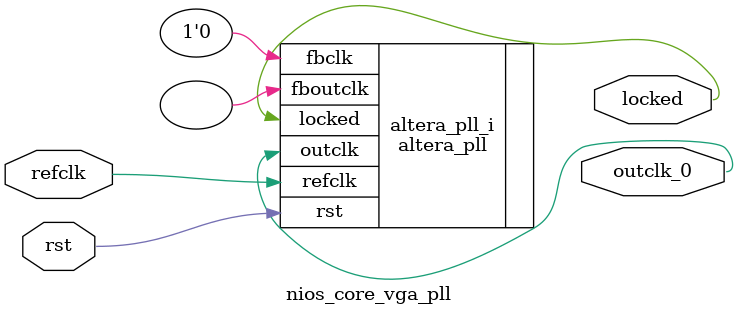
<source format=v>
`timescale 1ns/10ps
module  nios_core_vga_pll(

	// interface 'refclk'
	input wire refclk,

	// interface 'reset'
	input wire rst,

	// interface 'outclk0'
	output wire outclk_0,

	// interface 'locked'
	output wire locked
);

	altera_pll #(
		.fractional_vco_multiplier("false"),
		.reference_clock_frequency("50.0 MHz"),
		.operation_mode("direct"),
		.number_of_clocks(1),
		.output_clock_frequency0("25.175644 MHz"),
		.phase_shift0("0 ps"),
		.duty_cycle0(50),
		.output_clock_frequency1("0 MHz"),
		.phase_shift1("0 ps"),
		.duty_cycle1(50),
		.output_clock_frequency2("0 MHz"),
		.phase_shift2("0 ps"),
		.duty_cycle2(50),
		.output_clock_frequency3("0 MHz"),
		.phase_shift3("0 ps"),
		.duty_cycle3(50),
		.output_clock_frequency4("0 MHz"),
		.phase_shift4("0 ps"),
		.duty_cycle4(50),
		.output_clock_frequency5("0 MHz"),
		.phase_shift5("0 ps"),
		.duty_cycle5(50),
		.output_clock_frequency6("0 MHz"),
		.phase_shift6("0 ps"),
		.duty_cycle6(50),
		.output_clock_frequency7("0 MHz"),
		.phase_shift7("0 ps"),
		.duty_cycle7(50),
		.output_clock_frequency8("0 MHz"),
		.phase_shift8("0 ps"),
		.duty_cycle8(50),
		.output_clock_frequency9("0 MHz"),
		.phase_shift9("0 ps"),
		.duty_cycle9(50),
		.output_clock_frequency10("0 MHz"),
		.phase_shift10("0 ps"),
		.duty_cycle10(50),
		.output_clock_frequency11("0 MHz"),
		.phase_shift11("0 ps"),
		.duty_cycle11(50),
		.output_clock_frequency12("0 MHz"),
		.phase_shift12("0 ps"),
		.duty_cycle12(50),
		.output_clock_frequency13("0 MHz"),
		.phase_shift13("0 ps"),
		.duty_cycle13(50),
		.output_clock_frequency14("0 MHz"),
		.phase_shift14("0 ps"),
		.duty_cycle14(50),
		.output_clock_frequency15("0 MHz"),
		.phase_shift15("0 ps"),
		.duty_cycle15(50),
		.output_clock_frequency16("0 MHz"),
		.phase_shift16("0 ps"),
		.duty_cycle16(50),
		.output_clock_frequency17("0 MHz"),
		.phase_shift17("0 ps"),
		.duty_cycle17(50),
		.pll_type("General"),
		.pll_subtype("General")
	) altera_pll_i (
		.rst	(rst),
		.outclk	({outclk_0}),
		.locked	(locked),
		.fboutclk	( ),
		.fbclk	(1'b0),
		.refclk	(refclk)
	);
endmodule


</source>
